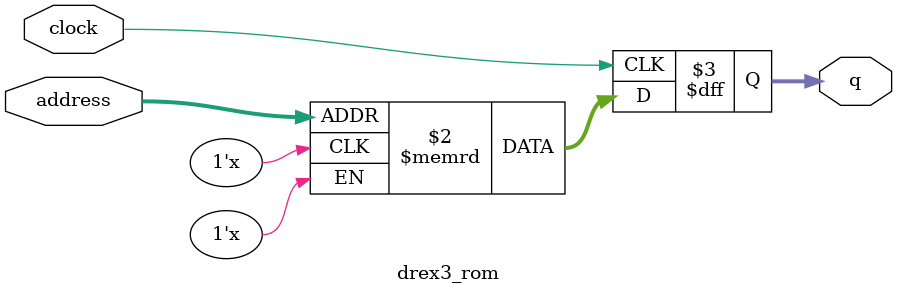
<source format=sv>
module drex3_rom (
	input logic clock,
	input logic [9:0] address,
	output logic [3:0] q
);

logic [3:0] memory [0:1023] /* synthesis ram_init_file = "./drex3/drex3.mif" */;

always_ff @ (posedge clock) begin
	q <= memory[address];
end

endmodule

</source>
